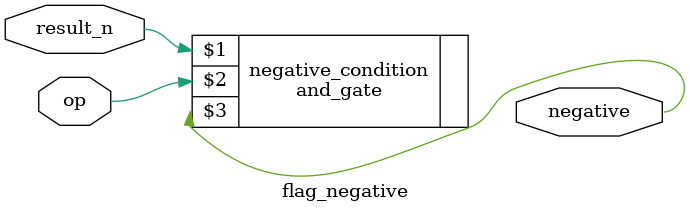
<source format=sv>
module flag_negative (input logic result_n, op, output logic negative);

	and_gate #(1) negative_condition(result_n, op, negative);

endmodule

</source>
